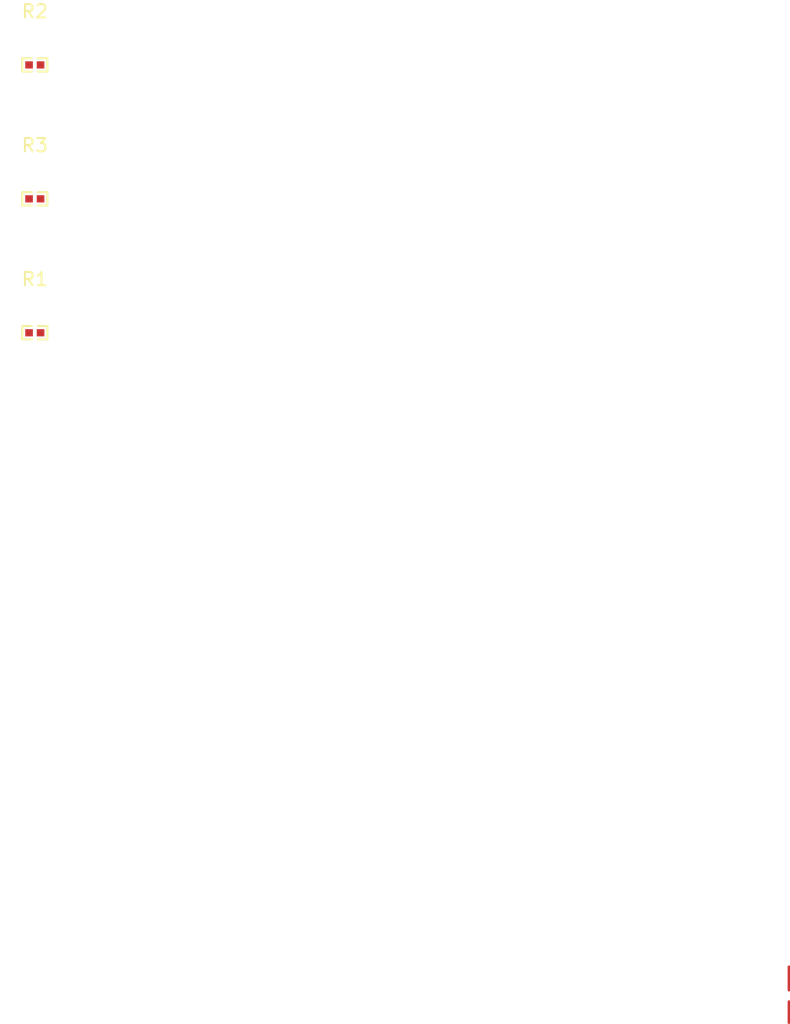
<source format=kicad_pcb>
(kicad_pcb (version 20241229) (generator "pcbnew") (generator_version "9.0")
  (layers (0 "F.Cu" signal) (2 "B.Cu" signal) (13 "F.Paste" user) (15 "B.Paste" user) (5 "F.SilkS" user "F.Silkscreen") (7 "B.SilkS" user "B.Silkscreen") (1 "F.Mask" user) (3 "B.Mask" user) (25 "Edge.Cuts" user))
  (net 1 "unnamed[1]")
  (net 2 "unnamed[0]-2")
  (net 3 "unnamed[0]-1")
  (net 4 "unnamed[0]")
  (footprint "UNI_ROYAL_0402WGF1001TCE:R0402" (layer "F.Cu") (at 0 0 0)
    (property "Reference" "R1" (at 0 -4) (layer "F.SilkS"))
    (property "Value" "1000Ω")
    (fp_line (start -0.23 0.5) (end -0.94 0.5) (stroke (width 0.15)) (layer "F.SilkS") (layers "F.SilkS"))
    (fp_line (start -0.94 0.5) (end -0.94 -0.5) (stroke (width 0.15)) (layer "F.SilkS") (layers "F.SilkS"))
    (fp_line (start -0.94 -0.5) (end -0.23 -0.5) (stroke (width 0.15)) (layer "F.SilkS") (layers "F.SilkS"))
    (fp_line (start 0.23 0.5) (end 0.94 0.5) (stroke (width 0.15)) (layer "F.SilkS") (layers "F.SilkS"))
    (fp_line (start 0.94 0.5) (end 0.94 -0.5) (stroke (width 0.15)) (layer "F.SilkS") (layers "F.SilkS"))
    (fp_line (start 0.94 -0.5) (end 0.23 -0.5) (stroke (width 0.15)) (layer "F.SilkS") (layers "F.SilkS"))
    (pad "2" smd rect (at 0.43 0 0) (size 0.57 0.54) (layers "F.Cu" "F.Paste" "F.Mask") (net 3 "unnamed[0]-1"))
    (pad "1" smd rect (at -0.43 0 0) (size 0.57 0.54) (layers "F.Cu" "F.Paste" "F.Mask") (net 4 "unnamed[0]"))
  )
  (footprint "UNI_ROYAL_0402WGF1001TCE:R0402" (layer "F.Cu") (at 0 -10 0)
    (property "Reference" "R3" (at 0 -4) (layer "F.SilkS"))
    (property "Value" "1000Ω")
    (fp_line (start -0.23 0.5) (end -0.94 0.5) (stroke (width 0.15)) (layer "F.SilkS") (layers "F.SilkS"))
    (fp_line (start -0.94 0.5) (end -0.94 -0.5) (stroke (width 0.15)) (layer "F.SilkS") (layers "F.SilkS"))
    (fp_line (start -0.94 -0.5) (end -0.23 -0.5) (stroke (width 0.15)) (layer "F.SilkS") (layers "F.SilkS"))
    (fp_line (start 0.23 0.5) (end 0.94 0.5) (stroke (width 0.15)) (layer "F.SilkS") (layers "F.SilkS"))
    (fp_line (start 0.94 0.5) (end 0.94 -0.5) (stroke (width 0.15)) (layer "F.SilkS") (layers "F.SilkS"))
    (fp_line (start 0.94 -0.5) (end 0.23 -0.5) (stroke (width 0.15)) (layer "F.SilkS") (layers "F.SilkS"))
    (pad "2" smd rect (at 0.43 0 0) (size 0.57 0.54) (layers "F.Cu" "F.Paste" "F.Mask") (net 1 "unnamed[1]"))
    (pad "1" smd rect (at -0.43 0 0) (size 0.57 0.54) (layers "F.Cu" "F.Paste" "F.Mask") (net 2 "unnamed[0]-2"))
  )
  (footprint "UNI_ROYAL_0402WGF1001TCE:R0402" (layer "F.Cu") (at 0 -20 0)
    (property "Reference" "R2" (at 0 -4) (layer "F.SilkS"))
    (property "Value" "1000Ω")
    (fp_line (start -0.23 0.5) (end -0.94 0.5) (stroke (width 0.15)) (layer "F.SilkS") (layers "F.SilkS"))
    (fp_line (start -0.94 0.5) (end -0.94 -0.5) (stroke (width 0.15)) (layer "F.SilkS") (layers "F.SilkS"))
    (fp_line (start -0.94 -0.5) (end -0.23 -0.5) (stroke (width 0.15)) (layer "F.SilkS") (layers "F.SilkS"))
    (fp_line (start 0.23 0.5) (end 0.94 0.5) (stroke (width 0.15)) (layer "F.SilkS") (layers "F.SilkS"))
    (fp_line (start 0.94 0.5) (end 0.94 -0.5) (stroke (width 0.15)) (layer "F.SilkS") (layers "F.SilkS"))
    (fp_line (start 0.94 -0.5) (end 0.23 -0.5) (stroke (width 0.15)) (layer "F.SilkS") (layers "F.SilkS"))
    (pad "2" smd rect (at 0.43 0 0) (size 0.57 0.54) (layers "F.Cu" "F.Paste" "F.Mask") (net 2 "unnamed[0]-2"))
    (pad "1" smd rect (at -0.43 0 0) (size 0.57 0.54) (layers "F.Cu" "F.Paste" "F.Mask") (net 3 "unnamed[0]-1"))
  )
  (segment (start 56.35 49.95) (end 56.35 51.52) (width 0.2) (layer "F.Cu") (net 2))
  (segment (start 56.35 47.35) (end 56.35 49.09) (width 0.2) (layer "F.Cu") (net 4))
)
</source>
